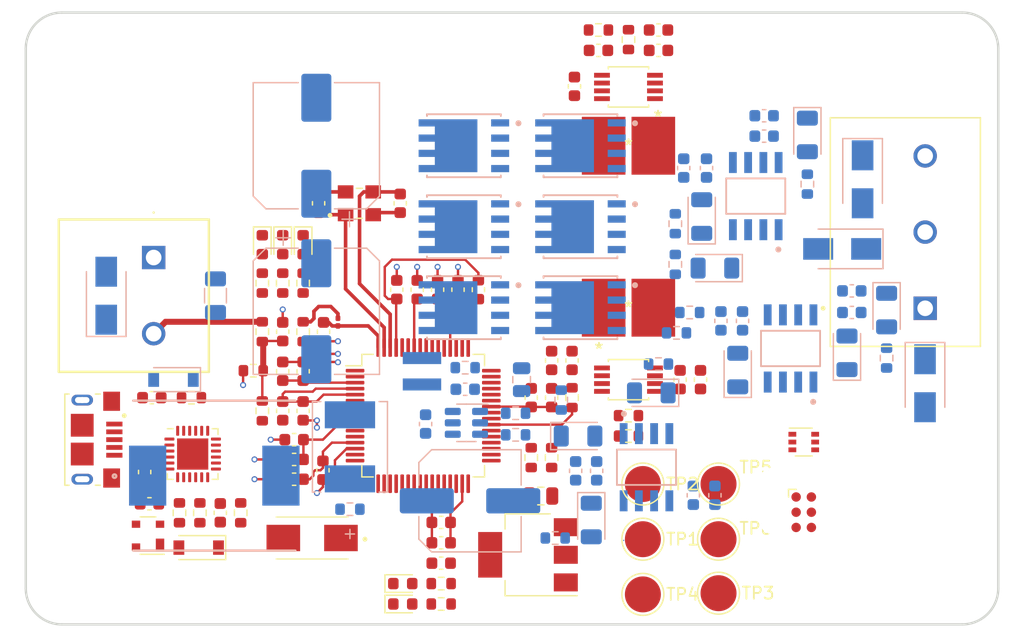
<source format=kicad_pcb>
(kicad_pcb (version 20211014) (generator pcbnew)
  (layers (0 "F.Cu" signal) (1 "In1.Cu" power) (2 "In2.Cu" power) (31 "B.Cu" signal) (34 "B.Paste" user) (35 "F.Paste" user) (36 "B.SilkS" user "B.Silkscreen") (37 "F.SilkS" user "F.Silkscreen") (38 "B.Mask" user) (39 "F.Mask" user) (44 "Edge.Cuts" user))
  (net 0 "")
  (net 1 "/shield")
  (net 2 "GND")
  (net 3 "/+BATT_filtered")
  (net 4 "/Powerstage/Gate_driver_V/Bootstrap+")
  (net 5 "+3V3")
  (net 6 "/MCU/VDDCORE")
  (net 7 "/MCU/VDDPLLUSB")
  (net 8 "/MCU/VDDPLL")
  (net 9 "/MCU/XIN")
  (net 10 "/MCU/XOUT")
  (net 11 "+5V")
  (net 12 "/Powerstage/Gate_driver_V/HS")
  (net 13 "/Powerstage/Gate_driver_W/Bootstrap+")
  (net 14 "/Powerstage/Gate_driver_U/Bootstrap+")
  (net 15 "/PHASE_W")
  (net 16 "Net-(C8-Pad1)")
  (net 17 "/Powerstage/Gate_driver_U/HS")
  (net 18 "Net-(D1-Pad2)")
  (net 19 "/SWDIO")
  (net 20 "/SWCLK")
  (net 21 "/TRACESWO")
  (net 22 "/NRST")
  (net 23 "Net-(D4-Pad2)")
  (net 24 "Net-(D5-Pad2)")
  (net 25 "/PHASE_V")
  (net 26 "/PHASE_U")
  (net 27 "/Powerstage/measurements_phase_U/Ref")
  (net 28 "/USB_DM")
  (net 29 "/USB_DP")
  (net 32 "/Powerstage/measurements_phase_V/Ref")
  (net 33 "Net-(D10-Pad2)")
  (net 34 "Net-(D13-Pad2)")
  (net 35 "/Powerstage/Gate_driver_V/GD_HO")
  (net 36 "/Powerstage/Gate_driver_V/GD_LO")
  (net 38 "Net-(L2-Pad1)")
  (net 39 "Net-(D16-Pad2)")
  (net 40 "/Powerstage/Gate_driver_W/GD_HO")
  (net 41 "/Powerstage/Gate_driver_W/GD_LO")
  (net 42 "Net-(D19-Pad2)")
  (net 43 "/Powerstage/Gate_driver_U/GD_HO")
  (net 44 "/Powerstage/Gate_driver_U/GD_LO")
  (net 45 "/MCU/LED_0")
  (net 46 "/MCU/LED_1")
  (net 47 "/MCU/LED_2")
  (net 48 "/MCU/V_sense")
  (net 49 "Net-(C9-Pad1)")
  (net 50 "Net-(D22-Pad2)")
  (net 51 "/VBUS")
  (net 52 "Net-(D24-Pad1)")
  (net 53 "/MCU/overcurr_err_U")
  (net 54 "/MCU/overcurr_err_V")
  (net 55 "/UART_USB_BRIDGE/VBUS")
  (net 56 "Net-(R19-Pad2)")
  (net 57 "Net-(R29-Pad2)")
  (net 58 "Net-(R32-Pad2)")
  (net 59 "/Power/Feedback")
  (net 62 "/MCU/curr_sense_U")
  (net 63 "/MCU/PWM_L2")
  (net 64 "/MCU/curr_sense_V")
  (net 69 "/MCU/UART0_RX")
  (net 70 "/MCU/PWM_H1")
  (net 73 "/MCU/UART0_TX")
  (net 75 "/MCU/PWM_L1")
  (net 78 "/MCU/PWM_H0")
  (net 79 "/MCU/PWM_L0")
  (net 80 "/MCU/PWM_H2")
  (net 109 "+BATT")
  (net 110 "Net-(L1-Pad2)")
  (net 111 "/Powerstage/Gate_driver_U/HO")
  (net 112 "/Powerstage/Gate_driver_U/LO")
  (net 113 "/Powerstage/Gate_driver_V/HO")
  (net 114 "/Powerstage/Gate_driver_V/LO")
  (net 115 "/Powerstage/Gate_driver_W/HO")
  (net 116 "/Powerstage/Gate_driver_W/LO")
  (net 117 "Net-(C4-Pad1)")
  (net 118 "Net-(C4-Pad2)")
  (net 119 "Net-(C40-Pad1)")
  (footprint "TestPoint:TestPoint_Pad_D3.0mm" (layer "F.Cu") (at 142.8 129.9)
    (fp_text reference "TP4")
    (fp_text value "TestPoint")
  )
  (footprint "1714955:1714955" (layer "F.Cu") (at 102.05 101.82 -90)
    (fp_text reference "J1")
    (fp_text value "vcc_connector" hide)
  )
  (footprint "Capacitor_SMD:C_0603_1608Metric" (layer "F.Cu") (at 135.2 110.4 90)
    (fp_text reference "C51")
    (fp_text value "1uF")
  )
  (footprint "Capacitor_SMD:C_0603_1608Metric" (layer "F.Cu") (at 112.8 114.6 -90)
    (fp_text reference "C25")
    (fp_text value "100nF")
  )
  (footprint "Resistor_SMD:R_0603_1608Metric" (layer "F.Cu") (at 111.1 103.95 90)
    (fp_text reference "R1")
    (fp_text value "1K")
  )
  (footprint "Inductor_SMD:L_0603_1608Metric" (layer "F.Cu") (at 129.1 104.5 -90)
    (fp_text reference "FB1")
    (fp_text value "470R@100MHz")
  )
  (footprint "Capacitor_SMD:C_0805_2012Metric" (layer "F.Cu") (at 134.3 121.7 180)
    (fp_text reference "C7")
    (fp_text value "22uF")
  )
  (footprint "Resistor_SMD:R_0603_1608Metric" (layer "F.Cu") (at 141.6 115)
    (fp_text reference "R33")
    (fp_text value "15K")
  )
  (footprint "Capacitor_SMD:C_0603_1608Metric" (layer "F.Cu") (at 115.7875 97.3 90)
    (fp_text reference "C27")
    (fp_text value "100nF")
  )
  (footprint "Package_DFN_QFN:QFN-24-1EP_4x4mm_P0.5mm_EP2.6x2.6mm" (layer "F.Cu") (at 105.3 118.2)
    (fp_text reference "U5")
    (fp_text value "CP2102N-Axx-xQFN24")
  )
  (footprint "Capacitor_SMD:C_0603_1608Metric" (layer "F.Cu") (at 122.5875 97.3 -90)
    (fp_text reference "C28")
    (fp_text value "100nF")
  )
  (footprint "ECS-120-10-33B-CKM-TR:XTAL_ECS-120-10-33B-CKM-TR" (layer "F.Cu") (at 119.1875 97.3)
    (fp_text reference "Y1")
    (fp_text value "Crystal_GND2")
  )
  (footprint "MountingHole:MountingHole_2.2mm_M2" (layer "F.Cu") (at 94.4 84.4)
    (fp_text reference "H1")
    (fp_text value "MountingHole")
  )
  (footprint "Capacitor_SMD:C_0603_1608Metric" (layer "F.Cu") (at 137.1 87.5525 -90)
    (fp_text reference "C49")
    (fp_text value "1uF")
  )
  (footprint "TestPoint:TestPoint_Pad_D3.0mm" (layer "F.Cu") (at 149.1 125.3)
    (fp_text reference "TP6")
    (fp_text value "TestPoint")
  )
  (footprint "MAX40056UAUA:MAX40056UAUA&slash_V&plus_" (layer "F.Cu") (at 141.6 112)
    (fp_text reference "U10")
    (fp_text value "MAX40056UAUA/V+")
  )
  (footprint "LED_SMD:LED_0603_1608Metric" (layer "F.Cu") (at 122.8 130.7)
    (fp_text reference "D10")
    (fp_text value "LED green")
  )
  (footprint "Resistor_SMD:R_0603_1608Metric" (layer "F.Cu") (at 112.8 103.95 90)
    (fp_text reference "R2")
    (fp_text value "1K")
  )
  (footprint "Capacitor_SMD:C_0603_1608Metric" (layer "F.Cu") (at 145.9 112 90)
    (fp_text reference "C52")
    (fp_text value "10nF")
  )
  (footprint "Capacitor_SMD:C_0603_1608Metric" (layer "F.Cu") (at 147.6 112 90)
    (fp_text reference "C53")
    (fp_text value "1uF")
  )
  (footprint "Resistor_SMD:R_0603_1608Metric" (layer "F.Cu") (at 105.9 123.1 90)
    (fp_text reference "R17")
    (fp_text value "22.1K")
  )
  (footprint "LED_SMD:LED_0603_1608Metric" (layer "F.Cu") (at 111.1 100.75 -90)
    (fp_text reference "D1")
    (fp_text value "LED green")
  )
  (footprint "Capacitor_SMD:C_0603_1608Metric" (layer "F.Cu") (at 144.1 84.5525 180)
    (fp_text reference "C47")
    (fp_text value "1uF")
  )
  (footprint "Package_TO_SOT_SMD:SOT-223-3_TabPin2" (layer "F.Cu") (at 133.23 126.6 180)
    (fp_text reference "U2")
    (fp_text value "AZ1117CH-3.3TRG1")
  )
  (footprint "LED_SMD:LED_0603_1608Metric" (layer "F.Cu") (at 112.8 100.75 -90)
    (fp_text reference "D4")
    (fp_text value "LED green")
  )
  (footprint "LED_SMD:LED_0603_1608Metric" (layer "F.Cu") (at 114.5 100.75 -90)
    (fp_text reference "D5")
    (fp_text value "LED red")
  )
  (footprint "Capacitor_SMD:C_0603_1608Metric" (layer "F.Cu") (at 114.5 111.3 90)
    (fp_text reference "C22")
    (fp_text value "100nF")
  )
  (footprint "Resistor_SMD:R_0603_1608Metric" (layer "F.Cu") (at 126 130.7 180)
    (fp_text reference "R10")
    (fp_text value "1K")
  )
  (footprint "Resistor_SMD:R_0603_1608Metric" (layer "F.Cu") (at 126 129 180)
    (fp_text reference "R12")
    (fp_text value "1K")
  )
  (footprint "Inductor_SMD:L_0201_0603Metric" (layer "F.Cu") (at 117.4 107.2 -90)
    (fp_text reference "L2")
    (fp_text value "10uH - 60mA")
  )
  (footprint "Capacitor_SMD:C_0603_1608Metric" (layer "F.Cu") (at 127.4 104.5 90)
    (fp_text reference "C24")
    (fp_text value "100nF")
  )
  (footprint "Capacitor_SMD:C_0603_1608Metric" (layer "F.Cu") (at 124 104.5 90)
    (fp_text reference "C17")
    (fp_text value "100nF")
  )
  (footprint "TestPoint:TestPoint_Pad_D3.0mm" (layer "F.Cu") (at 149.1 129.8)
    (fp_text reference "TP3")
    (fp_text value "TestPoint")
  )
  (footprint "Capacitor_SMD:C_0603_1608Metric" (layer "F.Cu") (at 113.75 117 180)
    (fp_text reference "C20")
    (fp_text value "100nF")
  )
  (footprint "Capacitor_SMD:C_0603_1608Metric" (layer "F.Cu") (at 112.8 111.3 90)
    (fp_text reference "C15")
    (fp_text value "1uF")
  )
  (footprint "796740-3:TE_796740-3" (layer "F.Cu") (at 166.3125 99.7 90)
    (fp_text reference "J3")
    (fp_text value "motor_connector")
  )
  (footprint "Capacitor_SMD:C_0603_1608Metric" (layer "F.Cu") (at 116.2 108 -90)
    (fp_text reference "C19")
    (fp_text value "4.7uF")
  )
  (footprint "TestPoint:TestPoint_Pad_D3.0mm" (layer "F.Cu") (at 142.8 120.7)
    (fp_text reference "TP2")
    (fp_text value "TestPoint")
  )
  (footprint "Resistor_SMD:R_0603_1608Metric" (layer "F.Cu") (at 114.5 103.95 90)
    (fp_text reference "R3")
    (fp_text value "1K")
  )
  (footprint "Resistor_SMD:R_0603_1608Metric" (layer "F.Cu") (at 111.1 114.6 -90)
    (fp_text reference "R9")
    (fp_text value "0R")
  )
  (footprint "Capacitor_SMD:C_0603_1608Metric" (layer "F.Cu") (at 122.3 104.5 90)
    (fp_text reference "C13")
    (fp_text value "100nF")
  )
  (footprint "Capacitor_SMD:C_0603_1608Metric" (layer "F.Cu") (at 133.5 113.5 90)
    (fp_text reference "C12")
    (fp_text value "100nF")
  )
  (footprint "10118193-0001LF:FCI_10118193-0001LF" (layer "F.Cu") (at 96.1 117 -90)
    (fp_text reference "J4")
    (fp_text value "10118193-0001LF")
  )
  (footprint "Resistor_SMD:R_0603_1608Metric" (layer "F.Cu") (at 136.9 113.5 -90)
    (fp_text reference "R15")
    (fp_text value "33K")
  )
  (footprint "FSM2JMTR:1478731" (layer "F.Cu") (at 115.6 125.2 180)
    (fp_text reference "SW1")
    (fp_text value "SW_Push" hide)
  )
  (footprint "Resistor_SMD:R_0603_1608Metric" (layer "F.Cu") (at 139.1 82.8525)
    (fp_text reference "R29")
    (fp_text value "10K")
  )
  (footprint "Capacitor_SMD:C_0603_1608Metric" (layer "F.Cu") (at 101.7 122.35)
    (fp_text reference "C31")
    (fp_text value "4.7uF")
  )
  (footprint "Capacitor_SMD:C_0603_1608Metric" (layer "F.Cu") (at 112.8 108 90)
    (fp_text reference "C9")
    (fp_text value "100nF")
  )
  (footprint "Capacitor_SMD:C_0603_1608Metric" (layer "F.Cu") (at 101.3 119.7 -90)
    (fp_text reference "C32")
    (fp_text value "0.1uF")
  )
  (footprint "Capacitor_SMD:C_0603_1608Metric" (layer "F.Cu") (at 144.1 82.8525 180)
    (fp_text reference "C46")
    (fp_text value "10nF")
  )
  (footprint "Connector:Tag-Connect_TC2030-IDC-FP_2x03_P1.27mm_Vertical" (layer "F.Cu") (at 156.2 123.05 -90)
    (fp_text reference "J2")
    (fp_text value "SWD_tag_connect")
  )
  (footprint "Package_TO_SOT_SMD:SOT-363_SC-70-6" (layer "F.Cu") (at 156.2 117.2)
    (fp_text reference "D2")
    (fp_text value "PESD3V3L5UY")
  )
  (footprint "Capacitor_SMD:C_0603_1608Metric" (layer "F.Cu") (at 126 127.3 180)
    (fp_text reference "C3")
    (fp_text value "10uF")
  )
  (footprint "Capacitor_SMD:C_0603_1608Metric" (layer "F.Cu") (at 125.7 104.5 90)
    (fp_text reference "C14")
    (fp_text value "100nF")
  )
  (footprint "Capacitor_SMD:C_0603_1608Metric" (layer "F.Cu") (at 113.75 120.3 180)
    (fp_text reference "C23")
    (fp_text value "100nF")
  )
  (footprint "TestPoint:TestPoint_Pad_D3.0mm" (layer "F.Cu") (at 149.1 120.7)
    (fp_text reference "TP5")
    (fp_text value "TestPoint")
  )
  (footprint "Diode_SMD:D_SOD-123" (layer "F.Cu") (at 105.8 126 180)
    (fp_text reference "D23")
    (fp_text value "D_Schottky")
  )
  (footprint "Resistor_SMD:R_0603_1608Metric" (layer "F.Cu") (at 133.5 118.5 -90)
    (fp_text reference "R14")
    (fp_text value "33K")
  )
  (footprint "Capacitor_SMD:C_0603_1608Metric" (layer "F.Cu") (at 136.9 110.4 90)
    (fp_text reference "C50")
    (fp_text value "10nF")
  )
  (footprint "MountingHole:MountingHole_2.2mm_M2" (layer "F.Cu") (at 169.4 129.4)
    (fp_text reference "H2")
    (fp_text value "MountingHole")
  )
  (footprint "MountingHole:MountingHole_2.2mm_M2" (layer "F.Cu") (at 169.4 84.4)
    (fp_text reference "H4")
    (fp_text value "MountingHole")
  )
  (footprint "Package_QFP:LQFP-64_10x10mm_P0.5mm" (layer "F.Cu") (at 124.5 115)
    (fp_text reference "U4")
    (fp_text value "ATSAME70J21A-AN")
  )
  (footprint "Capacitor_SMD:C_0603_1608Metric" (layer "F.Cu") (at 116.15 119.55 -90)
    (fp_text reference "C26")
    (fp_text value "100nF")
  )
  (footprint "Capacitor_SMD:C_0603_1608Metric" (layer "F.Cu") (at 114.5 114.6 -90)
    (fp_text reference "C21")
    (fp_text value "100nF")
  )
  (footprint "WSHP28182L000FEA:WSHM28185L000FEA" (layer "F.Cu") (at 141.6 106)
    (fp_text reference "R31")
    (fp_text value "2mOhm")
  )
  (footprint "MountingHole:MountingHole_2.2mm_M2" (layer "F.Cu") (at 94.4 129.4)
    (fp_text reference "H3")
    (fp_text value "MountingHole")
  )
  (footprint "Resistor_SMD:R_0603_1608Metric" (layer "F.Cu") (at 141.6 116.7 180)
    (fp_text reference "R32")
    (fp_text value "10K")
  )
  (footprint "Capacitor_SMD:C_0603_1608Metric" (layer "F.Cu") (at 135.2 113.5 90)
    (fp_text reference "C11")
    (fp_text value "4.7uF")
  )
  (footprint "Resistor_SMD:R_0603_1608Metric" (layer "F.Cu") (at 109.3 123.1 90)
    (fp_text reference "R19")
    (fp_text value "1K")
  )
  (footprint "Resistor_SMD:R_0603_1608Metric" (layer "F.Cu") (at 114.5 108 -90)
    (fp_text reference "R13")
    (fp_text value "2.2R")
  )
  (footprint "Resistor_SMD:R_0603_1608Metric" (layer "F.Cu") (at 141.6 83.6525 -90)
    (fp_text reference "R30")
    (fp_text value "15K")
  )
  (footprint "Resistor_SMD:R_0603_1608Metric" (layer "F.Cu") (at 104.2 123.1 -90)
    (fp_text reference "R18")
    (fp_text value "47.5K")
  )
  (footprint "TestPoint:TestPoint_Pad_D3.0mm" (layer "F.Cu") (at 142.8 125.3)
    (fp_text reference "TP1")
    (fp_text value "TestPoint")
  )
  (footprint "Capacitor_SMD:C_0603_1608Metric" (layer "F.Cu") (at 107.6 123.1 90)
    (fp_text reference "C30")
    (fp_text value "1uF")
  )
  (footprint "WSHP28182L000FEA:WSHM28185L000FEA" (layer "F.Cu") (at 141.6 92.5 180)
    (fp_text reference "R28")
    (fp_text value "2mOhm")
  )
  (footprint "Resistor_SMD:R_0603_1608Metric" (layer "F.Cu") (at 110.35 111.25 180)
    (fp_text reference "R8")
    (fp_text value "1K")
  )
  (footprint "Capacitor_SMD:C_0603_1608Metric" (layer "F.Cu") (at 126 123.9)
    (fp_text reference "C16")
    (fp_text value "100nF")
  )
  (footprint "Resistor_SMD:R_0603_1608Metric" (layer "F.Cu") (at 135.2 118.5 90)
    (fp_text reference "R16")
    (fp_text value "33K")
  )
  (footprint "Resistor_SMD:R_0603_1608Metric" (layer "F.Cu") (at 105.2 113.5)
    (fp_text reference "R4")
    (fp_text value "1M")
  )
  (footprint "Resistor_SMD:R_0603_1608Metric" (layer "F.Cu") (at 111.1 108 -90)
    (fp_text reference "R7")
    (fp_text value "4.7K")
  )
  (footprint "Capacitor_SMD:C_0603_1608Metric" (layer "F.Cu") (at 139.1 84.5525)
    (fp_text reference "C48")
    (fp_text value "10nF")
  )
  (footprint "LED_SMD:LED_0603_1608Metric" (layer "F.Cu") (at 122.8 129)
    (fp_text reference "D22")
    (fp_text value "LED green")
  )
  (footprint "Capacitor_SMD:C_0603_1608Metric" (layer "F.Cu") (at 113.75 118.65 180)
    (fp_text reference "C29")
    (fp_text value "1uF")
  )
  (footprint "Package_TO_SOT_SMD:SOT-143" (layer "F.Cu") (at 101.58 125 180)
    (fp_text reference "D9")
    (fp_text value "SP0503BAHT")
  )
  (footprint "Capacitor_SMD:C_0603_1608Metric" (layer "F.Cu") (at 126 125.6)
    (fp_text reference "C18")
    (fp_text value "100nF")
  )
  (footprint "Capacitor_SMD:C_0603_1608Metric" (layer "F.Cu") (at 101.9 113.5)
    (fp_text reference "C1")
    (fp_text value "4.7uF")
  )
  (footprint "MAX40056UAUA:MAX40056UAUA&slash_V&plus_" (layer "F.Cu") (at 141.6 87.6 180)
    (fp_text reference "U9")
    (fp_text value "MAX40056UAUA/V+")
  )
  (footprint "T510E107M025ATE050:T510E107M025AT E050" (layer "B.Cu") (at 118.4 117.6 90)
    (fp_text reference "C5")
    (fp_text value "100uF")
  )
  (footprint "IRFH7084PbF:Infineon-PQFN5x6-G-02_2017-22-MFG" (layer "B.Cu") (at 137.6 92.5 -90)
    (fp_text reference "Q2")
    (fp_text value "IRFH7084TRPBF")
  )
  (footprint "Capacitor_SMD:C_0603_1608Metric" (layer "B.Cu") (at 152.9 91.7 180)
    (fp_text reference "C44")
    (fp_text value "100nF")
  )
  (footprint "IRFH7084PbF:Infineon-PQFN5x6-G-02_2017-22-MFG" (layer "B.Cu") (at 127.89 92.5 -90)
    (fp_text reference "Q1")
    (fp_text value "IRFH7084TRPBF")
  )
  (footprint "Resistor_SMD:R_0603_1608Metric" (layer "B.Cu") (at 118.4 122.8)
    (fp_text reference "R22")
    (fp_text value "1R")
  )
  (footprint "Capacitor_SMD:C_0603_1608Metric" (layer "B.Cu") (at 148.1 94.3625 -90)
    (fp_text reference "C43")
    (fp_text value "1000pF")
  )
  (footprint "Diode_SMD:D_SMA" (layer "B.Cu") (at 98.1 105 90)
    (fp_text reference "D3")
    (fp_text value "TVS, 50V")
  )
  (footprint "Resistor_SMD:R_0603_1608Metric" (layer "B.Cu") (at 144.1 110.7)
    (fp_text reference "R25")
    (fp_text value "10R")
  )
  (footprint "Capacitor_SMD:C_0603_1608Metric" (layer "B.Cu") (at 160.2 106.4 180)
    (fp_text reference "C38")
    (fp_text value "100nF")
  )
  (footprint "FAN7390MX:Fairchild-CASE_751EG-0-0-0" (layer "B.Cu") (at 155.1 109.4 180)
    (fp_text reference "U3")
    (fp_text value "FAN7390MX")
  )
  (footprint "Resistor_SMD:R_0603_1608Metric" (layer "B.Cu") (at 132.2 116.6)
    (fp_text reference "R6")
    (fp_text value "11.8K")
  )
  (footprint "Capacitor_SMD:C_0603_1608Metric" (layer "B.Cu") (at 152.9 90 180)
    (fp_text reference "C45")
    (fp_text value "1uF")
  )
  (footprint "Capacitor_SMD:C_Elec_8x10.2" (layer "B.Cu") (at 128.4 122.1)
    (fp_text reference "C8")
    (fp_text value "390uF, 20mOhm")
  )
  (footprint "IRFH7084PbF:Infineon-PQFN5x6-G-02_2017-22-MFG" (layer "B.Cu") (at 127.89 106 -90)
    (fp_text reference "Q3")
    (fp_text value "IRFH7084TRPBF")
  )
  (footprint "IRFH7084PbF:Infineon-PQFN5x6-G-02_2017-22-MFG" (layer "B.Cu") (at 127.89 99.25 -90)
    (fp_text reference "Q5")
    (fp_text value "IRFH7084TRPBF")
  )
  (footprint "Resistor_SMD:R_0603_1608Metric" (layer "B.Cu") (at 145.5 102.39 -90)
    (fp_text reference "R36")
    (fp_text value "10R")
  )
  (footprint "Resistor_SMD:R_0603_1608Metric" (layer "B.Cu") (at 128 111)
    (fp_text reference "R11")
    (fp_text value "0R")
  )
  (footprint "Fuse:Fuse_1206_3216Metric" (layer "B.Cu") (at 107.2 105 -90)
    (fp_text reference "F1")
    (fp_text value "40A")
  )
  (footprint "Resistor_SMD:R_0603_1608Metric" (layer "B.Cu") (at 135.5 125.2 180)
    (fp_text reference "R23")
    (fp_text value "0R")
  )
  (footprint "IRFH7084PbF:Infineon-PQFN5x6-G-02_2017-22-MFG" (layer "B.Cu") (at 137.6 99.25 -90)
    (fp_text reference "Q6")
    (fp_text value "IRFH7084TRPBF")
  )
  (footprint "Diode_SMD:D_SOD-123" (layer "B.Cu") (at 103.7 112 180)
    (fp_text reference "D24")
    (fp_text value "D_Schottky")
  )
  (footprint "Capacitor_SMD:C_0603_1608Metric" (layer "B.Cu") (at 149.3 107.1 -90)
    (fp_text reference "C36")
    (fp_text value "1uF")
  )
  (footprint "Capacitor_SMD:C_0603_1608Metric" (layer "B.Cu") (at 146.2 94.3625 -90)
    (fp_text reference "C42")
    (fp_text value "1uF")
  )
  (footprint "744025100:Wuerth_Elektronik-744025100-Manufacturer_Recommended" (layer "B.Cu") (at 124.4 111.3 90)
    (fp_text reference "L1")
    (fp_text value "10uH")
  )
  (footprint "SRP1265A-470M:SRP1265A" (layer "B.Cu") (at 107.1 120)
    (fp_text reference "L3")
    (fp_text value "47uH" hide)
  )
  (footprint "Diode_SMD:D_1206_3216Metric" (layer "B.Cu") (at 143.5 113.1 180)
    (fp_text reference "D15")
    (fp_text value "D_Schottky")
  )
  (footprint "Capacitor_SMD:C_0603_1608Metric" (layer "B.Cu") (at 128 112.8 180)
    (fp_text reference "C4")
    (fp_text value "10nF")
  )
  (footprint "Diode_SMD:D_1206_3216Metric" (layer "B.Cu") (at 147.7 98.4 90)
    (fp_text reference "D21")
    (fp_text value "D_Schottky")
  )
  (footprint "Resistor_SMD:R_0603_1608Metric" (layer "B.Cu") (at 145.6 108.1)
    (fp_text reference "R27")
    (fp_text value "10R")
  )
  (footprint "Capacitor_SMD:C_0805_2012Metric" (layer "B.Cu") (at 132.7 112 -90)
    (fp_text reference "C6")
    (fp_text value "22uF")
  )
  (footprint "Diode_SMD:D_SMA" (layer "B.Cu") (at 161.1 95.3 -90)
    (fp_text reference "D8")
    (fp_text value "TVS, 50V")
  )
  (footprint "Resistor_SMD:R_0603_1608Metric" (layer "B.Cu") (at 136 113.7 -90)
    (fp_text reference "R24")
    (fp_text value "10R")
  )
  (footprint "Diode_SMD:D_1206_3216Metric" (layer "B.Cu") (at 148.8 102.7 180)
    (fp_text reference "D20")
    (fp_text value "D_Schottky")
  )
  (footprint "Diode_SMD:D_1206_3216Metric" (layer "B.Cu") (at 138.5 123.7 -90)
    (fp_text reference "D13")
    (fp_text value "D_Schottky")
  )
  (footprint "Diode_SMD:D_SMA" (layer "B.Cu") (at 159.4 101.1 180)
    (fp_text reference "D7")
    (fp_text value "TVS, 50V")
  )
  (footprint "Capacitor_SMD:C_0603_1608Metric" (layer "B.Cu") (at 151.1 107.1 -90)
    (fp_text reference "C37")
    (fp_text value "1000pF")
  )
  (footprint "Resistor_SMD:R_0603_1608Metric" (layer "B.Cu") (at 163.1 110.2 -90)
    (fp_text reference "R26")
    (fp_text value "0R")
  )
  (footprint "Capacitor_SMD:C_0603_1608Metric" (layer "B.Cu") (at 124.7 115.7 90)
    (fp_text reference "C2")
    (fp_text value "10uF")
  )
  (footprint "Resistor_SMD:R_0603_1608Metric" (layer "B.Cu") (at 146.7 106.4)
    (fp_text reference "R34")
    (fp_text value "10R")
  )
  (footprint "Resistor_SMD:R_0603_1608Metric" (layer "B.Cu") (at 156.5 95.7 -90)
    (fp_text reference "R35")
    (fp_text value "0R")
  )
  (footprint "Diode_SMD:D_1206_3216Metric" (layer "B.Cu") (at 156.5 91.6 -90)
    (fp_text reference "D19")
    (fp_text value "D_Schottky")
  )
  (footprint "Resistor_SMD:R_0603_1608Metric" (layer "B.Cu") (at 132.2 114.8)
    (fp_text reference "R5")
    (fp_text value "62K")
  )
  (footprint "Capacitor_SMD:C_0603_1608Metric" (layer "B.Cu") (at 160.2 104.6 180)
    (fp_text reference "C39")
    (fp_text value "1uF")
  )
  (footprint "Capacitor_SMD:C_0603_1608Metric" (layer "B.Cu") (at 138.95 119.6 90)
    (fp_text reference "C34")
    (fp_text value "100nF")
  )
  (footprint "Package_TO_SOT_SMD:SOT-23-6" (layer "B.Cu") (at 128.1 115.6 180)
    (fp_text reference "IC1")
    (fp_text value "RT8259GE")
  )
  (footprint "Capacitor_SMD:C_0603_1608Metric" (layer "B.Cu") (at 148.8 121.6375 90)
    (fp_text reference "C10")
    (fp_text value "1uF")
  )
  (footprint "Capacitor_SMD:CP_Elec_10x10" (layer "B.Cu") (at 115.6 92.5 90)
    (fp_text reference "C41")
    (fp_text value "270uF")
  )
  (footprint "Capacitor_SMD:CP_Elec_10x10" (layer "B.Cu") (at 115.6 106.3 -90)
    (fp_text reference "C40")
    (fp_text value "270uF")
  )
  (footprint "Diode_SMD:D_1206_3216Metric" (layer "B.Cu") (at 150.7 111.2 90)
    (fp_text reference "D18")
    (fp_text value "D_Schottky")
  )
  (footprint "FAN7390MX:Fairchild-CASE_751EG-0-0-0" (layer "B.Cu") (at 152.2 96.7 180)
    (fp_text reference "U6")
    (fp_text value "FAN7390MX")
  )
  (footprint "Diode_SMD:D_SMA" (layer "B.Cu") (at 166.3 112.3 -90)
    (fp_text reference "D6")
    (fp_text value "TVS, 50V")
  )
  (footprint "FAN7390MX:Fairchild-CASE_751EG-0-0-0" (layer "B.Cu") (at 143.1 119.3)
    (fp_text reference "U1")
    (fp_text value "FAN7390MX")
  )
  (footprint "Diode_SMD:D_1206_3216Metric" (layer "B.Cu") (at 163.1 106.2 -90)
    (fp_text reference "D16")
    (fp_text value "D_Schottky")
  )
  (footprint "Diode_SMD:D_1206_3216Metric" (layer "B.Cu") (at 137.4 116.7)
    (fp_text reference "D14")
    (fp_text value "D_Schottky")
  )
  (footprint "Diode_SMD:D_1206_3216Metric" (layer "B.Cu") (at 159.8 109.7625 90)
    (fp_text reference "D17")
    (fp_text value "D_Schottky")
  )
  (footprint "Capacitor_SMD:C_0603_1608Metric" (layer "B.Cu") (at 137.2 119.6 90)
    (fp_text reference "C35")
    (fp_text value "1uF")
  )
  (footprint "IRFH7084PbF:Infineon-PQFN5x6-G-02_2017-22-MFG" (layer "B.Cu") (at 137.6 106 -90)
    (fp_text reference "Q4")
    (fp_text value "IRFH7084TRPBF")
  )
  (footprint "Capacitor_SMD:C_0603_1608Metric" (layer "B.Cu") (at 147 121.6375 90)
    (fp_text reference "C33")
    (fp_text value "1000pF")
  )
  (footprint "Resistor_SMD:R_0603_1608Metric" (layer "B.Cu") (at 145.5 99 -90)
    (fp_text reference "R37")
    (fp_text value "10R")
  )
  (gr_line (start 172.4 129.4) (end 172.4 84.4) (layer "Edge.Cuts") (width 0.2))
  (gr_line (start 91.4 84.4) (end 91.4 129.4) (layer "Edge.Cuts") (width 0.2))
  (gr_arc (start 172.4 129.4) (mid 171.52132 131.52132) (end 169.4 132.4) (layer "Edge.Cuts") (width 0.2))
  (gr_arc (start 169.4 81.4) (mid 171.52132 82.27868) (end 172.4 84.4) (layer "Edge.Cuts") (width 0.2))
  (gr_arc (start 91.4 84.4) (mid 92.27868 82.27868) (end 94.4 81.4) (layer "Edge.Cuts") (width 0.2))
  (gr_line (start 169.4 81.4) (end 94.4 81.4) (layer "Edge.Cuts") (width 0.2))
  (gr_arc (start 94.4 132.4) (mid 92.27868 131.52132) (end 91.4 129.4) (layer "Edge.Cuts") (width 0.2))
  (gr_line (start 94.4 132.4) (end 169.4 132.4) (layer "Edge.Cuts") (width 0.2))
  (segment (start 118.122908 117.75) (end 117.15 118.722908) (width 0.2) (layer "F.Cu") (net 2))
  (segment (start 109.5 111.275) (end 109.525 111.25) (width 0.2) (layer "F.Cu") (net 2))
  (segment (start 112.975 120.3) (end 110.45 120.3) (width 0.2) (layer "F.Cu") (net 2))
  (segment (start 118.0375 96.35) (end 115.9625 96.35) (width 0.3) (layer "F.Cu") (net 2))
  (segment (start 115.9625 96.35) (end 115.7875 96.525) (width 0.3) (layer "F.Cu") (net 2))
  (segment (start 124 103.725) (end 124 102.6) (width 0.2) (layer "F.Cu") (net 2))
  (segment (start 115.65 115.4) (end 114.525 115.4) (width 0.2) (layer "F.Cu") (net 2))
  (segment (start 118.825 117.75) (end 118.122908 117.75) (width 0.2) (layer "F.Cu") (net 2))
  (segment (start 116.15 120.325) (end 116.15 120.95) (width 0.2) (layer "F.Cu") (net 2))
  (segment (start 127.75 122.15) (end 126.775 123.125) (width 0.2) (layer "F.Cu") (net 2))
  (segment (start 115.65 116) (end 115.65 115.4) (width 0.2) (layer "F.Cu") (net 2))
  (segment (start 120.5125 98.075) (end 120.3375 98.25) (width 0.3) (layer "F.Cu") (net 2))
  (segment (start 127.75 120.675) (end 127.75 122.15) (width 0.2) (layer "F.Cu") (net 2))
  (segment (start 114.525 115.4) (end 114.5 115.375) (width 0.2) (layer "F.Cu") (net 2))
  (segment (start 117.15 118.722908) (end 117.15 120.1) (width 0.2) (layer "F.Cu") (net 2))
  (segment (start 127.4 103.725) (end 127.4 102.6) (width 0.2) (layer "F.Cu") (net 2))
  (segment (start 122.3 103.725) (end 122.3 102.6) (width 0.2) (layer "F.Cu") (net 2))
  (segment (start 117.4 108.8) (end 116.225 108.8) (width 0.2) (layer "F.Cu") (net 2))
  (segment (start 125.7 103.725) (end 125.7 102.6) (width 0.2) (layer "F.Cu") (net 2))
  (segment (start 112.975 118.65) (end 110.45 118.65) (width 0.2) (layer "F.Cu") (net 2))
  (segment (start 122.5875 98.075) (end 120.5125 98.075) (width 0.3) (layer "F.Cu") (net 2))
  (segment (start 116.15 120.95) (end 115.65 121.45) (width 0.2) (layer "F.Cu") (net 2))
  (segment (start 109.5 112.45) (end 109.5 111.275) (width 0.2) (layer "F.Cu") (net 2))
  (segment (start 116.925 120.325) (end 116.15 120.325) (width 0.2) (layer "F.Cu") (net 2))
  (segment (start 126.775 123.125) (end 126.775 123.9) (width 0.2) (layer "F.Cu") (net 2))
  (segment (start 117.15 120.1) (end 116.925 120.325) (width 0.2) (layer "F.Cu") (net 2))
  (segment (start 117.375 110.525) (end 114.5 110.525) (width 0.2) (layer "F.Cu") (net 2))
  (segment (start 112.975 117) (end 111.8 117) (width 0.2) (layer "F.Cu") (net 2))
  (segment (start 117.4 110.55) (end 117.375 110.525) (width 0.2) (layer "F.Cu") (net 2))
  (segment (start 126.775 123.9) (end 126.775 125.6) (width 0.2) (layer "F.Cu") (net 2))
  (segment (start 112.8 107.225) (end 112.8 106.15) (width 0.2) (layer "F.Cu") (net 2))
  (segment (start 116.225 108.8) (end 116.2 108.775) (width 0.2) (layer "F.Cu") (net 2))
  (segment (start 112.8 110.525) (end 114.5 110.525) (width 0.2) (layer "F.Cu") (net 2))
  (via (at 124 102.6) (size 0.5) (drill 0.3) (layers "F.Cu" "B.Cu") (net 2))
  (via (at 110.45 120.3) (size 0.5) (drill 0.3) (layers "F.Cu" "B.Cu") (net 2))
  (via (at 115.65 121.45) (size 0.5) (drill 0.3) (layers "F.Cu" "B.Cu") (net 2))
  (via (at 111.8 117) (size 0.5) (drill 0.3) (layers "F.Cu" "B.Cu") (net 2))
  (via (at 117.4 110.55) (size 0.5) (drill 0.3) (layers "F.Cu" "B.Cu") (net 2))
  (via (at 110.45 118.65) (size 0.5) (drill 0.3) (layers "F.Cu" "B.Cu") (net 2))
  (via (at 109.5 112.45) (size 0.5) (drill 0.3) (layers "F.Cu" "B.Cu") (net 2))
  (via (at 112.8 106.15) (size 0.5) (drill 0.3) (layers "F.Cu" "B.Cu") (net 2))
  (via (at 115.65 115.4) (size 0.5) (drill 0.3) (layers "F.Cu" "B.Cu") (net 2))
  (via (at 127.4 102.6) (size 0.5) (drill 0.3) (layers "F.Cu" "B.Cu") (net 2))
  (via (at 115.65 116) (size 0.5) (drill 0.3) (layers "F.Cu" "B.Cu") (net 2))
  (via (at 122.3 102.6) (size 0.5) (drill 0.3) (layers "F.Cu" "B.Cu") (net 2))
  (via (at 125.7 102.6) (size 0.5) (drill 0.3) (layers "F.Cu" "B.Cu") (net 2))
  (via (at 117.4 108.8) (size 0.5) (drill 0.3) (layers "F.Cu" "B.Cu") (net 2))
  (segment (start 141.195 125.395) (end 141.2 125.4) (width 0.1) (layer "B.Cu") (net 4))
  (segment (start 114.5 113.825) (end 112.8 113.825) (width 0.2) (layer "F.Cu") (net 5))
  (segment (start 114.85 109.85) (end 114.5 109.5) (width 0.2) (layer "F.Cu") (net 5))
  (segment (start 115.625 113.825) (end 116.2 113.25) (width 0.2) (layer "F.Cu") (net 5))
  (segment (start 133.475 114.25) (end 133.5 114.275) (width 0.2) (layer "F.Cu") (net 5))
  (segment (start 118.825 112.75) (end 115.55 112.75) (width 0.2) (layer "F.Cu") (net 5))
  (segment (start 115.3 113) (end 113 113) (width 0.2) (layer "F.Cu") (net 5))
  (segment (start 116.15 117) (end 114.525 117) (width 0.2) (layer "F.Cu") (net 5))
  (segment (start 114.5 109.5) (end 114.5 108.825) (width 0.2) (layer "F.Cu") (net 5))
  (segment (start 123.75 109.325) (end 123.75 105.525) (width 0.2) (layer "F.Cu") (net 5))
  (segment (start 133.5 114.275) (end 135.2 114.275) (width 0.2) (layer "F.Cu") (net 5))
  (segment (start 117.4 109.85) (end 114.85 109.85) (width 0.2) (layer "F.Cu") (net 5))
  (segment (start 116.2 113.25) (end 118.825 113.25) (width 0.2) (layer "F.Cu") (net 5))
  (segment (start 117.4 115.75) (end 116.15 117) (width 0.2) (layer "F.Cu") (net 5))
  (segment (start 114.525 118.65) (end 114.525 117) (width 0.2) (layer "F.Cu") (net 5))
  (segment (start 118.825 115.75) (end 117.4 115.75) (width 0.2) (layer "F.Cu") (net 5))
  (segment (start 115.55 112.75) (end 115.3 113) (width 0.2) (layer "F.Cu") (net 5))
  (segment (start 112.8 113.2) (end 112.8 113.825) (width 0.2) (layer "F.Cu") (net 5))
  (segment (start 130.175 114.25) (end 133.475 114.25) (width 0.2) (layer "F.Cu") (net 5))
  (segment (start 124 105.275) (end 125.7 105.275) (width 0.2) (layer "F.Cu") (net 5))
  (segment (start 114.5 113.825) (end 115.625 113.825) (width 0.2) (layer "F.Cu") (net 5))
  (segment (start 113 113) (end 112.8 113.2) (width 0.2) (layer "F.Cu") (net 5))
  (segment (start 123.75 105.525) (end 124 105.275) (width 0.2) (layer "F.Cu") (net 5))
  (via (at 117.4 109.85) (size 0.5) (drill 0.3) (layers "F.Cu" "B.Cu") (net 5))
  (segment (start 115.5 119.55) (end 115.95 119.55) (width 0.2) (layer "F.Cu") (net 6))
  (segment (start 121.575 105.275) (end 122.3 105.275) (width 0.2) (layer "F.Cu") (net 6))
  (segment (start 116.9 117.25) (end 118.825 117.25) (width 0.2) (layer "F.Cu") (net 6))
  (segment (start 116.15 118.775) (end 116.15 118) (width 0.2) (layer "F.Cu") (net 6))
  (segment (start 114.525 120.3) (end 115.05 120.3) (width 0.2) (layer "F.Cu") (net 6))
  (segment (start 114.5 112.075) (end 112.8 112.075) (width 0.2) (layer "F.Cu") (net 6))
  (segment (start 115.35 120) (end 115.35 119.7) (width 0.2) (layer "F.Cu") (net 6))
  (segment (start 121.3 102.6) (end 121.3 105) (width 0.2) (layer "F.Cu") (net 6))
  (segment (start 115.05 120.3) (end 115.35 120) (width 0.2) (layer "F.Cu") (net 6))
  (segment (start 118.825 112.25) (end 114.675 112.25) (width 0.2) (layer "F.Cu") (net 6))
  (segment (start 124.25 122.05) (end 125.225 123.025) (width 0.2) (layer "F.Cu") (net 6))
  (segment (start 124.25 120.675) (end 124.25 122.05) (width 0.2) (layer "F.Cu") (net 6))
  (segment (start 116.15 119.35) (end 116.15 118.775) (width 0.2) (layer "F.Cu") (net 6))
  (segment (start 115.95 119.55) (end 116.15 119.35) (width 0.2) (layer "F.Cu") (net 6))
  (segment (start 116.15 118) (end 116.9 117.25) (width 0.2) (layer "F.Cu") (net 6))
  (segment (start 129.1 103.7125) (end 129.1 103.1) (width 0.2) (layer "F.Cu") (net 6))
  (segment (start 115.35 119.7) (end 115.5 119.55) (width 0.2) (layer "F.Cu") (net 6))
  (segment (start 114.675 112.25) (end 114.5 112.075) (width 0.2) (layer "F.Cu") (net 6))
  (segment (start 125.225 123.025) (end 125.225 123.9) (width 0.2) (layer "F.Cu") (net 6))
  (segment (start 122.25 109.325) (end 122.25 105.325) (width 0.2) (layer "F.Cu") (net 6))
  (segment (start 128 102) (end 121.9 102) (width 0.2) (layer "F.Cu") (net 6))
  (segment (start 121.9 102) (end 121.3 102.6) (width 0.2) (layer "F.Cu") (net 6))
  (segment (start 129.1 103.1) (end 128 102) (width 0.2) (layer "F.Cu") (net 6))
  (segment (start 121.3 105) (end 121.575 105.275) (width 0.2) (layer "F.Cu") (net 6))
  (segment (start 122.25 105.325) (end 122.3 105.275) (width 0.2) (layer "F.Cu") (net 6))
  (segment (start 125.225 123.9) (end 125.225 125.6) (width 0.2) (layer "F.Cu") (net 6))
  (segment (start 116.92 107.52) (end 117.4 107.52) (width 0.3) (layer "F.Cu") (net 7))
  (segment (start 120.75 109.325) (end 120.75 108.35) (width 0.3) (layer "F.Cu") (net 7))
  (segment (start 120.75 108.35) (end 119.92 107.52) (width 0.3) (layer "F.Cu") (net 7))
  (segment (start 116.2 107.225) (end 116.625 107.225) (width 0.3) (layer "F.Cu") (net 7))
  (segment (start 116.625 107.225) (end 116.92 107.52) (width 0.3) (layer "F.Cu") (net 7))
  (segment (start 119.92 107.52) (end 117.4 107.52) (width 0.3) (layer "F.Cu") (net 7))
  (segment (start 127.4125 105.2875) (end 127.4 105.275) (width 0.2) (layer "F.Cu") (net 8))
  (segment (start 126.75 107.55) (end 127.4 106.9) (width 0.2) (layer "F.Cu") (net 8))
  (segment (start 129.1 105.2875) (end 127.4125 105.2875) (width 0.2) (layer "F.Cu") (net 8))
  (segment (start 126.75 109.325) (end 126.75 107.55) (width 0.2) (layer "F.Cu") (net 8))
  (segment (start 127.4 106.9) (end 127.4 105.275) (width 0.2) (layer "F.Cu") (net 8))
  (segment (start 115.9625 98.25) (end 115.7875 98.075) (width 0.3) (layer "F.Cu") (net 9))
  (segment (start 121.25 107.65) (end 118.0375 104.4375) (width 0.3) (layer "F.Cu") (net 9))
  (segment (start 118.0375 104.4375) (end 118.0375 98.25) (width 0.3) (layer "F.Cu") (net 9))
  (segment (start 118.0375 98.25) (end 115.9625 98.25) (width 0.3) (layer "F.Cu") (net 9))
  (segment (start 121.25 109.325) (end 121.25 107.65) (width 0.3) (layer "F.Cu") (net 9))
  (segment (start 121.75 109.325) (end 121.75 106.55) (width 0.3) (layer "F.Cu") (net 10))
  (segment (start 120.5125 96.525) (end 120.3375 96.35) (width 0.3) (layer "F.Cu") (net 10))
  (segment (start 121.75 106.55) (end 119.2 104) (width 0.3) (layer "F.Cu") (net 10))
  (segment (start 119.2 104) (end 119.2 96.7) (width 0.3) (layer "F.Cu") (net 10))
  (segment (start 120.3375 96.35) (end 122.4125 96.35) (width 0.3) (layer "F.Cu") (net 10))
  (segment (start 122.4125 96.35) (end 122.5875 96.525) (width 0.3) (layer "F.Cu") (net 10))
  (segment (start 119.2 96.7) (end 119.55 96.35) (width 0.3) (layer "F.Cu") (net 10))
  (segment (start 122.6125 96.5) (end 122.5875 96.525) (width 0.3) (layer "F.Cu") (net 10))
  (segment (start 119.55 96.35) (end 120.3375 96.35) (width 0.3) (layer "F.Cu") (net 10))
  (segment (start 137.179 99.25) (end 136.9525 99.25) (width 0.1) (layer "B.Cu") (net 15))
  (segment (start 154.465 106.6) (end 154.465 106.05) (width 0.1) (layer "B.Cu") (net 15))
  (segment (start 130.25 117.675) (end 130.175 117.75) (width 0.1) (layer "F.Cu") (net 19))
  (segment (start 136.9 114.9) (end 136.9 114.325) (width 0.2) (layer "F.Cu") (net 20))
  (segment (start 136.05 115.75) (end 136.9 114.9) (width 0.2) (layer "F.Cu") (net 20))
  (segment (start 130.175 115.75) (end 136.05 115.75) (width 0.2) (layer "F.Cu") (net 20))
  (segment (start 142.465 121.55) (end 142.465 122.1) (width 0.1) (layer "B.Cu") (net 35))
  (segment (start 144.9 113.0375) (end 145.005 113.1425) (width 0.1) (layer "B.Cu") (net 36))
  (segment (start 116.8 105.9) (end 117.4 106.5) (width 0.3) (layer "F.Cu") (net 38))
  (segment (start 115.4 106.9) (end 115.4 106.3) (width 0.3) (layer "F.Cu") (net 38))
  (segment (start 114.5 107.175) (end 115.125 107.175) (width 0.3) (layer "F.Cu") (net 38))
  (segment (start 115.125 107.175) (end 115.4 106.9) (width 0.3) (layer "F.Cu") (net 38))
  (segment (start 117.4 106.5) (end 117.4 106.88) (width 0.3) (layer "F.Cu") (net 38))
  (segment (start 115.4 106.3) (end 115.8 105.9) (width 0.3) (layer "F.Cu") (net 38))
  (segment (start 115.8 105.9) (end 116.8 105.9) (width 0.3) (layer "F.Cu") (net 38))
  (segment (start 111.1 113.775) (end 111.1 111.325) (width 0.2) (layer "F.Cu") (net 49))
  (segment (start 111.175 108.9) (end 111.1 108.825) (width 0.5) (layer "F.Cu") (net 49))
  (segment (start 111.1 111.325) (end 111.175 111.25) (width 0.2) (layer "F.Cu") (net 49))
  (segment (start 111.15 108.775) (end 111.1 108.825) (width 0.2) (layer "F.Cu") (net 49))
  (segment (start 112.8 108.775) (end 111.15 108.775) (width 0.2) (layer "F.Cu") (net 49))
  (segment (start 111.175 111.25) (end 111.175 108.9) (width 0.5) (layer "F.Cu") (net 49))
  (segment (start 111.1 107.175) (end 103.045 107.175) (width 0.5) (layer "F.Cu") (net 109))
  (segment (start 103.045 107.175) (end 102.05 108.17) (width 0.5) (layer "F.Cu") (net 109))
)
</source>
